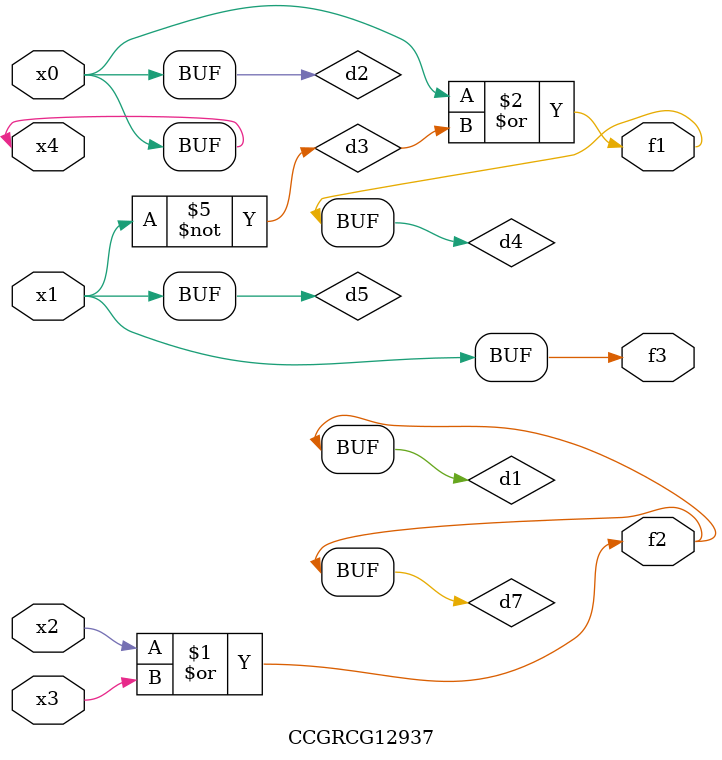
<source format=v>
module CCGRCG12937(
	input x0, x1, x2, x3, x4,
	output f1, f2, f3
);

	wire d1, d2, d3, d4, d5, d6, d7;

	or (d1, x2, x3);
	buf (d2, x0, x4);
	not (d3, x1);
	or (d4, d2, d3);
	not (d5, d3);
	nand (d6, d1, d3);
	or (d7, d1);
	assign f1 = d4;
	assign f2 = d7;
	assign f3 = d5;
endmodule

</source>
